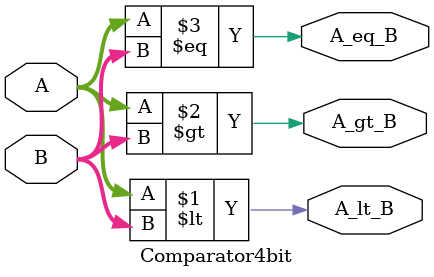
<source format=v>
`timescale 1ns / 1ps
module Comparator4bit (
    input [3:0] A, B,      // ????????? ? ????
    output A_lt_B,         // A < B
    output A_gt_B,         // A > B
    output A_eq_B          // A == B
);
    assign A_lt_B = (A < B);
    assign A_gt_B = (A > B);
    assign A_eq_B = (A == B);
endmodule
</source>
